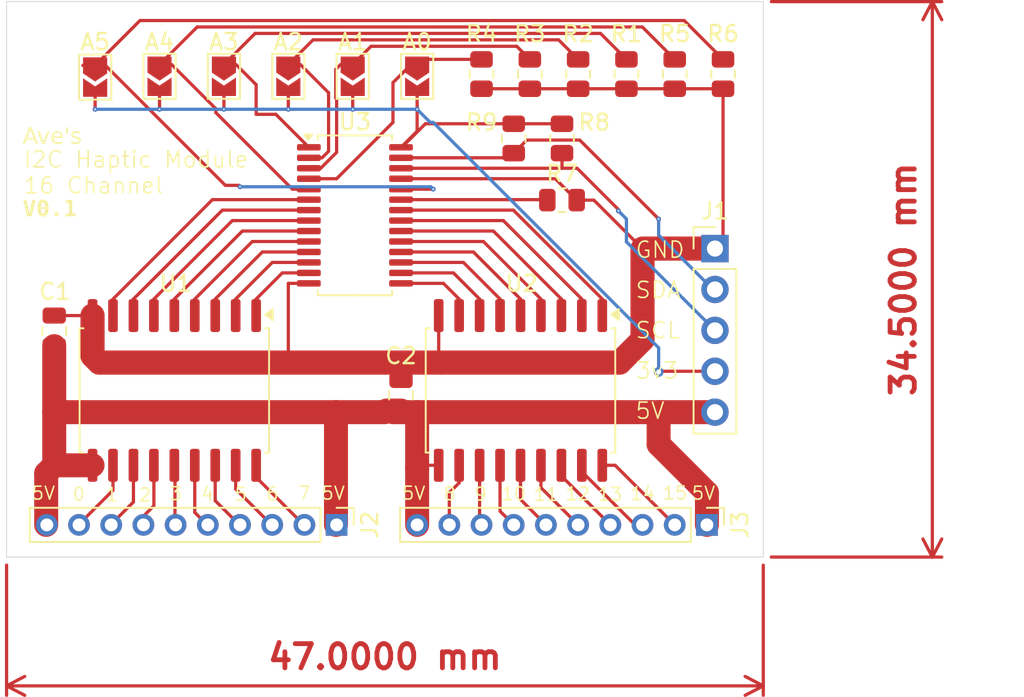
<source format=kicad_pcb>
(kicad_pcb (version 20240108) (generator "pcbnew") (generator_version "8.0")
  (layers (0 "F.Cu" signal) (31 "B.Cu" signal) (34 "B.Paste" user) (35 "F.Paste" user) (36 "B.SilkS" user "B.Silkscreen") (37 "F.SilkS" user "F.Silkscreen") (38 "B.Mask" user) (39 "F.Mask" user) (44 "Edge.Cuts" user))
  (net 0 "")
  (net 1 "MCU_GND")
  (net 2 "MCU_5V+")
  (net 3 "MCU_SCL")
  (net 4 "MCU_3V3+")
  (net 5 "MCU_SDA")
  (net 6 "/M0")
  (net 7 "/M2")
  (net 8 "/M3")
  (net 9 "/M1")
  (net 10 "/M10")
  (net 11 "/M11")
  (net 12 "/M9")
  (net 13 "/M8")
  (net 14 "Net-(U3-~{OE})")
  (net 15 "/M5")
  (net 16 "/M4")
  (net 17 "/Signal3")
  (net 18 "/M6")
  (net 19 "/Signal5")
  (net 20 "/Signal6")
  (net 21 "/Signal1")
  (net 22 "/Signal4")
  (net 23 "/Signal2")
  (net 24 "/Signal7")
  (net 25 "/Signal0")
  (net 26 "/M7")
  (net 27 "/M13")
  (net 28 "/Signal9")
  (net 29 "/Signal14")
  (net 30 "/Signal12")
  (net 31 "/Signal11")
  (net 32 "/Signal13")
  (net 33 "/Signal10")
  (net 34 "/M15")
  (net 35 "/M12")
  (net 36 "/Signal15")
  (net 37 "/M14")
  (net 38 "/Signal8")
  (net 39 "Net-(A0-A)")
  (net 40 "Net-(A1-A)")
  (net 41 "Net-(A2-A)")
  (net 42 "Net-(A3-A)")
  (net 43 "Net-(A4-A)")
  (net 44 "Net-(A5-A)")
  (footprint "Package_SO:SOIC-18W_7.5x11.6mm_P1.27mm" (layer "F.Cu") (at 90.42 136.65 -90)
    (property "Reference" "U1" (at -6.65 -0.08 0) (layer "F.SilkS"))
    (property "Value" "ULN2803A")
    (pad "1" smd roundrect (at -4.65 -5.08 270) (size 2.05 0.6) (layers "F.Cu" "F.Paste" "F.Mask") (net 24 "/Signal7"))
    (pad "2" smd roundrect (at -4.65 -3.81 270) (size 2.05 0.6) (layers "F.Cu" "F.Paste" "F.Mask") (net 20 "/Signal6"))
    (pad "3" smd roundrect (at -4.65 -2.54 270) (size 2.05 0.6) (layers "F.Cu" "F.Paste" "F.Mask") (net 19 "/Signal5"))
    (pad "4" smd roundrect (at -4.65 -1.27 270) (size 2.05 0.6) (layers "F.Cu" "F.Paste" "F.Mask") (net 22 "/Signal4"))
    (pad "5" smd roundrect (at -4.65 0 270) (size 2.05 0.6) (layers "F.Cu" "F.Paste" "F.Mask") (net 17 "/Signal3"))
    (pad "6" smd roundrect (at -4.65 1.27 270) (size 2.05 0.6) (layers "F.Cu" "F.Paste" "F.Mask") (net 23 "/Signal2"))
    (pad "7" smd roundrect (at -4.65 2.54 270) (size 2.05 0.6) (layers "F.Cu" "F.Paste" "F.Mask") (net 21 "/Signal1"))
    (pad "8" smd roundrect (at -4.65 3.81 270) (size 2.05 0.6) (layers "F.Cu" "F.Paste" "F.Mask") (net 25 "/Signal0"))
    (pad "9" smd roundrect (at -4.65 5.08 270) (size 2.05 0.6) (layers "F.Cu" "F.Paste" "F.Mask") (net 1 "MCU_GND"))
    (pad "10" smd roundrect (at 4.65 5.08 270) (size 2.05 0.6) (layers "F.Cu" "F.Paste" "F.Mask") (net 2 "MCU_5V+"))
    (pad "11" smd roundrect (at 4.65 3.81 270) (size 2.05 0.6) (layers "F.Cu" "F.Paste" "F.Mask") (net 6 "/M0"))
    (pad "12" smd roundrect (at 4.65 2.54 270) (size 2.05 0.6) (layers "F.Cu" "F.Paste" "F.Mask") (net 9 "/M1"))
    (pad "13" smd roundrect (at 4.65 1.27 270) (size 2.05 0.6) (layers "F.Cu" "F.Paste" "F.Mask") (net 7 "/M2"))
    (pad "14" smd roundrect (at 4.65 0 270) (size 2.05 0.6) (layers "F.Cu" "F.Paste" "F.Mask") (net 8 "/M3"))
    (pad "15" smd roundrect (at 4.65 -1.27 270) (size 2.05 0.6) (layers "F.Cu" "F.Paste" "F.Mask") (net 16 "/M4"))
    (pad "16" smd roundrect (at 4.65 -2.54 270) (size 2.05 0.6) (layers "F.Cu" "F.Paste" "F.Mask") (net 15 "/M5"))
    (pad "17" smd roundrect (at 4.65 -3.81 270) (size 2.05 0.6) (layers "F.Cu" "F.Paste" "F.Mask") (net 18 "/M6"))
    (pad "18" smd roundrect (at 4.65 -5.08 270) (size 2.05 0.6) (layers "F.Cu" "F.Paste" "F.Mask") (net 26 "/M7"))
  )
  (footprint "Resistor_SMD:R_0805_2012Metric" (layer "F.Cu") (at 111.5 121 -90)
    (property "Reference" "R9" (at -1 2 180) (layer "F.SilkS"))
    (property "Value" "1k")
    (pad "1" smd roundrect (at -0.9125 0 270) (size 1.025 1.4) (layers "F.Cu" "F.Paste" "F.Mask") (roundrect_rratio 0.243902) (net 4 "MCU_3V3+"))
    (pad "2" smd roundrect (at 0.9125 0 270) (size 1.025 1.4) (layers "F.Cu" "F.Paste" "F.Mask") (roundrect_rratio 0.243902) (net 5 "MCU_SDA"))
  )
  (footprint "Connector_PinHeader_2.00mm:PinHeader_1x10_P2.00mm_Vertical" (layer "F.Cu") (at 123.5 145 -90)
    (property "Reference" "J3" (at 0 -2.06 90) (layer "F.SilkS"))
    (property "Value" "JST_XH_FEMALE_1")
    (pad "1" thru_hole rect (at 0 0 270) (size 1.35 1.35) (drill 0.8) (layers "*.Cu" "*.Mask") (net 2 "MCU_5V+"))
    (pad "2" thru_hole oval (at 0 2 270) (size 1.35 1.35) (drill 0.8) (layers "*.Cu" "*.Mask") (net 34 "/M15"))
    (pad "3" thru_hole oval (at 0 4 270) (size 1.35 1.35) (drill 0.8) (layers "*.Cu" "*.Mask") (net 37 "/M14"))
    (pad "4" thru_hole oval (at 0 6 270) (size 1.35 1.35) (drill 0.8) (layers "*.Cu" "*.Mask") (net 27 "/M13"))
    (pad "5" thru_hole oval (at 0 8 270) (size 1.35 1.35) (drill 0.8) (layers "*.Cu" "*.Mask") (net 35 "/M12"))
    (pad "6" thru_hole oval (at 0 10 270) (size 1.35 1.35) (drill 0.8) (layers "*.Cu" "*.Mask") (net 11 "/M11"))
    (pad "7" thru_hole oval (at 0 12 270) (size 1.35 1.35) (drill 0.8) (layers "*.Cu" "*.Mask") (net 10 "/M10"))
    (pad "8" thru_hole oval (at 0 14 270) (size 1.35 1.35) (drill 0.8) (layers "*.Cu" "*.Mask") (net 12 "/M9"))
    (pad "9" thru_hole oval (at 0 16 270) (size 1.35 1.35) (drill 0.8) (layers "*.Cu" "*.Mask") (net 13 "/M8"))
    (pad "10" thru_hole oval (at 0 18 270) (size 1.35 1.35) (drill 0.8) (layers "*.Cu" "*.Mask") (net 2 "MCU_5V+"))
  )
  (footprint "Resistor_SMD:R_0805_2012Metric" (layer "F.Cu") (at 121.5 117 -90)
    (property "Reference" "R5" (at -2.5 0 180) (layer "F.SilkS"))
    (property "Value" "10k")
    (pad "1" smd roundrect (at -0.9125 0 270) (size 1.025 1.4) (layers "F.Cu" "F.Paste" "F.Mask") (roundrect_rratio 0.243902) (net 43 "Net-(A4-A)"))
    (pad "2" smd roundrect (at 0.9125 0 270) (size 1.025 1.4) (layers "F.Cu" "F.Paste" "F.Mask") (roundrect_rratio 0.243902) (net 1 "MCU_GND"))
  )
  (footprint "Jumper:SolderJumper-2_P1.3mm_Open_TrianglePad1.0x1.5mm" (layer "F.Cu") (at 97.5 117.1375 -90)
    (property "Reference" "A2" (at -2.1375 0 0) (layer "F.SilkS"))
    (property "Value" "A0")
    (pad "1" smd custom (at -0.725 0 270) (size 0.3 0.3) (layers "F.Cu" "F.Mask") (net 41 "Net-(A2-A)") (options (clearance outline) (anchor rect)) (primitives (gr_poly (pts (xy 1 0) (xy 0.5 0.75) (xy -0.5 0.75) (xy -0.5 -0.75) (xy 0.5 -0.75)) (width 0) (fill yes))))
    (pad "2" smd custom (at 0.725 0 270) (size 0.3 0.3) (layers "F.Cu" "F.Mask") (net 4 "MCU_3V3+") (options (clearance outline) (anchor rect)) (primitives (gr_poly (pts (xy 0.5 0.75) (xy -0.65 0.75) (xy -0.15 0) (xy -0.65 -0.75) (xy 0.5 -0.75)) (width 0) (fill yes))))
  )
  (footprint "Jumper:SolderJumper-2_P1.3mm_Open_TrianglePad1.0x1.5mm" (layer "F.Cu") (at 105.5 117.1375 -90)
    (property "Reference" "A0" (at -2.1375 0 0) (layer "F.SilkS"))
    (property "Value" "A0")
    (pad "1" smd custom (at -0.725 0 270) (size 0.3 0.3) (layers "F.Cu" "F.Mask") (net 39 "Net-(A0-A)") (options (clearance outline) (anchor rect)) (primitives (gr_poly (pts (xy 1 0) (xy 0.5 0.75) (xy -0.5 0.75) (xy -0.5 -0.75) (xy 0.5 -0.75)) (width 0) (fill yes))))
    (pad "2" smd custom (at 0.725 0 270) (size 0.3 0.3) (layers "F.Cu" "F.Mask") (net 4 "MCU_3V3+") (options (clearance outline) (anchor rect)) (primitives (gr_poly (pts (xy 0.5 0.75) (xy -0.65 0.75) (xy -0.15 0) (xy -0.65 -0.75) (xy 0.5 -0.75)) (width 0) (fill yes))))
  )
  (footprint "Resistor_SMD:R_0805_2012Metric" (layer "F.Cu") (at 109.5 117 -90)
    (property "Reference" "R4" (at -2.5 0 180) (layer "F.SilkS"))
    (property "Value" "10k")
    (pad "1" smd roundrect (at -0.9125 0 270) (size 1.025 1.4) (layers "F.Cu" "F.Paste" "F.Mask") (roundrect_rratio 0.243902) (net 39 "Net-(A0-A)"))
    (pad "2" smd roundrect (at 0.9125 0 270) (size 1.025 1.4) (layers "F.Cu" "F.Paste" "F.Mask") (roundrect_rratio 0.243902) (net 1 "MCU_GND"))
  )
  (footprint "Resistor_SMD:R_0805_2012Metric" (layer "F.Cu") (at 114.498315 124.830109)
    (property "Reference" "R7" (at 0 -1.65 0) (layer "F.SilkS"))
    (property "Value" "10k")
    (pad "1" smd roundrect (at -0.9125 0) (size 1.025 1.4) (layers "F.Cu" "F.Paste" "F.Mask") (roundrect_rratio 0.243902) (net 14 "Net-(U3-~{OE})"))
    (pad "2" smd roundrect (at 0.9125 0) (size 1.025 1.4) (layers "F.Cu" "F.Paste" "F.Mask") (roundrect_rratio 0.243902) (net 1 "MCU_GND"))
  )
  (footprint "Resistor_SMD:R_0805_2012Metric" (layer "F.Cu") (at 124.5 117 -90)
    (property "Reference" "R6" (at -2.5 0 180) (layer "F.SilkS"))
    (property "Value" "10k")
    (pad "1" smd roundrect (at -0.9125 0 270) (size 1.025 1.4) (layers "F.Cu" "F.Paste" "F.Mask") (roundrect_rratio 0.243902) (net 44 "Net-(A5-A)"))
    (pad "2" smd roundrect (at 0.9125 0 270) (size 1.025 1.4) (layers "F.Cu" "F.Paste" "F.Mask") (roundrect_rratio 0.243902) (net 1 "MCU_GND"))
  )
  (footprint "Jumper:SolderJumper-2_P1.3mm_Open_TrianglePad1.0x1.5mm" (layer "F.Cu") (at 85.5 117.1875 -90)
    (property "Reference" "A5" (at -2.1875 0 0) (layer "F.SilkS"))
    (property "Value" "A0")
    (pad "1" smd custom (at -0.725 0 270) (size 0.3 0.3) (layers "F.Cu" "F.Mask") (net 44 "Net-(A5-A)") (options (clearance outline) (anchor rect)) (primitives (gr_poly (pts (xy 1 0) (xy 0.5 0.75) (xy -0.5 0.75) (xy -0.5 -0.75) (xy 0.5 -0.75)) (width 0) (fill yes))))
    (pad "2" smd custom (at 0.725 0 270) (size 0.3 0.3) (layers "F.Cu" "F.Mask") (net 4 "MCU_3V3+") (options (clearance outline) (anchor rect)) (primitives (gr_poly (pts (xy 0.5 0.75) (xy -0.65 0.75) (xy -0.15 0) (xy -0.65 -0.75) (xy 0.5 -0.75)) (width 0) (fill yes))))
  )
  (footprint "Connector_PinHeader_2.00mm:PinHeader_1x10_P2.00mm_Vertical" (layer "F.Cu") (at 100.5 145 -90)
    (property "Reference" "J2" (at 0 -2.06 90) (layer "F.SilkS"))
    (property "Value" "JST_XH_FEMALE")
    (pad "1" thru_hole rect (at 0 0 270) (size 1.35 1.35) (drill 0.8) (layers "*.Cu" "*.Mask") (net 2 "MCU_5V+"))
    (pad "2" thru_hole oval (at 0 2 270) (size 1.35 1.35) (drill 0.8) (layers "*.Cu" "*.Mask") (net 26 "/M7"))
    (pad "3" thru_hole oval (at 0 4 270) (size 1.35 1.35) (drill 0.8) (layers "*.Cu" "*.Mask") (net 18 "/M6"))
    (pad "4" thru_hole oval (at 0 6 270) (size 1.35 1.35) (drill 0.8) (layers "*.Cu" "*.Mask") (net 15 "/M5"))
    (pad "5" thru_hole oval (at 0 8 270) (size 1.35 1.35) (drill 0.8) (layers "*.Cu" "*.Mask") (net 16 "/M4"))
    (pad "6" thru_hole oval (at 0 10 270) (size 1.35 1.35) (drill 0.8) (layers "*.Cu" "*.Mask") (net 8 "/M3"))
    (pad "7" thru_hole oval (at 0 12 270) (size 1.35 1.35) (drill 0.8) (layers "*.Cu" "*.Mask") (net 7 "/M2"))
    (pad "8" thru_hole oval (at 0 14 270) (size 1.35 1.35) (drill 0.8) (layers "*.Cu" "*.Mask") (net 9 "/M1"))
    (pad "9" thru_hole oval (at 0 16 270) (size 1.35 1.35) (drill 0.8) (layers "*.Cu" "*.Mask") (net 6 "/M0"))
    (pad "10" thru_hole oval (at 0 18 270) (size 1.35 1.35) (drill 0.8) (layers "*.Cu" "*.Mask") (net 2 "MCU_5V+"))
  )
  (footprint "Resistor_SMD:R_0805_2012Metric" (layer "F.Cu") (at 115.5 117 -90)
    (property "Reference" "R2" (at -2.5 0 180) (layer "F.SilkS"))
    (property "Value" "10k")
    (pad "1" smd roundrect (at -0.9125 0 270) (size 1.025 1.4) (layers "F.Cu" "F.Paste" "F.Mask") (roundrect_rratio 0.243902) (net 41 "Net-(A2-A)"))
    (pad "2" smd roundrect (at 0.9125 0 270) (size 1.025 1.4) (layers "F.Cu" "F.Paste" "F.Mask") (roundrect_rratio 0.243902) (net 1 "MCU_GND"))
  )
  (footprint "Capacitor_SMD:C_0805_2012Metric" (layer "F.Cu") (at 82.96 132.95 -90)
    (property "Reference" "C1" (at -2.45 -0.04 180) (layer "F.SilkS"))
    (property "Value" "0.1uF")
    (pad "1" smd roundrect (at -0.95 0 270) (size 1 1.45) (layers "F.Cu" "F.Paste" "F.Mask") (net 1 "MCU_GND"))
    (pad "2" smd roundrect (at 0.95 0 270) (size 1 1.45) (layers "F.Cu" "F.Paste" "F.Mask") (net 2 "MCU_5V+"))
  )
  (footprint "Resistor_SMD:R_0805_2012Metric" (layer "F.Cu") (at 118.5 117 -90)
    (property "Reference" "R1" (at -2.5 0 180) (layer "F.SilkS"))
    (property "Value" "10k")
    (pad "1" smd roundrect (at -0.9125 0 270) (size 1.025 1.4) (layers "F.Cu" "F.Paste" "F.Mask") (roundrect_rratio 0.243902) (net 42 "Net-(A3-A)"))
    (pad "2" smd roundrect (at 0.9125 0 270) (size 1.025 1.4) (layers "F.Cu" "F.Paste" "F.Mask") (roundrect_rratio 0.243902) (net 1 "MCU_GND"))
  )
  (footprint "Jumper:SolderJumper-2_P1.3mm_Open_TrianglePad1.0x1.5mm" (layer "F.Cu") (at 101.5 117.1375 -90)
    (property "Reference" "A1" (at -2.1375 0 0) (layer "F.SilkS"))
    (property "Value" "A0")
    (pad "1" smd custom (at -0.725 0 270) (size 0.3 0.3) (layers "F.Cu" "F.Mask") (net 40 "Net-(A1-A)") (options (clearance outline) (anchor rect)) (primitives (gr_poly (pts (xy 1 0) (xy 0.5 0.75) (xy -0.5 0.75) (xy -0.5 -0.75) (xy 0.5 -0.75)) (width 0) (fill yes))))
    (pad "2" smd custom (at 0.725 0 270) (size 0.3 0.3) (layers "F.Cu" "F.Mask") (net 4 "MCU_3V3+") (options (clearance outline) (anchor rect)) (primitives (gr_poly (pts (xy 0.5 0.75) (xy -0.65 0.75) (xy -0.15 0) (xy -0.65 -0.75) (xy 0.5 -0.75)) (width 0) (fill yes))))
  )
  (footprint "Resistor_SMD:R_0805_2012Metric" (layer "F.Cu") (at 114.5 121 -90)
    (property "Reference" "R8" (at -1 -2 180) (layer "F.SilkS"))
    (property "Value" "1k")
    (pad "1" smd roundrect (at -0.9125 0 270) (size 1.025 1.4) (layers "F.Cu" "F.Paste" "F.Mask") (roundrect_rratio 0.243902) (net 4 "MCU_3V3+"))
    (pad "2" smd roundrect (at 0.9125 0 270) (size 1.025 1.4) (layers "F.Cu" "F.Paste" "F.Mask") (roundrect_rratio 0.243902) (net 3 "MCU_SCL"))
  )
  (footprint "Package_SO:TSSOP-28_4.4x9.7mm_P0.65mm" (layer "F.Cu") (at 101.6375 125.775)
    (property "Reference" "U3" (at 0 -5.8 0) (layer "F.SilkS"))
    (property "Value" "PCA9685PW")
    (pad "1" smd roundrect (at -2.8625 -4.225) (size 1.475 0.4) (layers "F.Cu" "F.Paste" "F.Mask") (net 42 "Net-(A3-A)"))
    (pad "2" smd roundrect (at -2.8625 -3.575) (size 1.475 0.4) (layers "F.Cu" "F.Paste" "F.Mask") (net 41 "Net-(A2-A)"))
    (pad "3" smd roundrect (at -2.8625 -2.925) (size 1.475 0.4) (layers "F.Cu" "F.Paste" "F.Mask") (net 40 "Net-(A1-A)"))
    (pad "4" smd roundrect (at -2.8625 -2.275) (size 1.475 0.4) (layers "F.Cu" "F.Paste" "F.Mask") (net 39 "Net-(A0-A)"))
    (pad "5" smd roundrect (at -2.8625 -1.625) (size 1.475 0.4) (layers "F.Cu" "F.Paste" "F.Mask") (net 43 "Net-(A4-A)"))
    (pad "6" smd roundrect (at -2.8625 -0.975) (size 1.475 0.4) (layers "F.Cu" "F.Paste" "F.Mask") (net 25 "/Signal0"))
    (pad "7" smd roundrect (at -2.8625 -0.325) (size 1.475 0.4) (layers "F.Cu" "F.Paste" "F.Mask") (net 21 "/Signal1"))
    (pad "8" smd roundrect (at -2.8625 0.325) (size 1.475 0.4) (layers "F.Cu" "F.Paste" "F.Mask") (net 23 "/Signal2"))
    (pad "9" smd roundrect (at -2.8625 0.975) (size 1.475 0.4) (layers "F.Cu" "F.Paste" "F.Mask") (net 17 "/Signal3"))
    (pad "10" smd roundrect (at -2.8625 1.625) (size 1.475 0.4) (layers "F.Cu" "F.Paste" "F.Mask") (net 22 "/Signal4"))
    (pad "11" smd roundrect (at -2.8625 2.275) (size 1.475 0.4) (layers "F.Cu" "F.Paste" "F.Mask") (net 19 "/Signal5"))
    (pad "12" smd roundrect (at -2.8625 2.925) (size 1.475 0.4) (layers "F.Cu" "F.Paste" "F.Mask") (net 20 "/Signal6"))
    (pad "13" smd roundrect (at -2.8625 3.575) (size 1.475 0.4) (layers "F.Cu" "F.Paste" "F.Mask") (net 24 "/Signal7"))
    (pad "14" smd roundrect (at -2.8625 4.225) (size 1.475 0.4) (layers "F.Cu" "F.Paste" "F.Mask") (net 1 "MCU_GND"))
    (pad "15" smd roundrect (at 2.8625 4.225) (size 1.475 0.4) (layers "F.Cu" "F.Paste" "F.Mask") (net 38 "/Signal8"))
    (pad "16" smd roundrect (at 2.8625 3.575) (size 1.475 0.4) (layers "F.Cu" "F.Paste" "F.Mask") (net 28 "/Signal9"))
    (pad "17" smd roundrect (at 2.8625 2.925) (size 1.475 0.4) (layers "F.Cu" "F.Paste" "F.Mask") (net 33 "/Signal10"))
    (pad "18" smd roundrect (at 2.8625 2.275) (size 1.475 0.4) (layers "F.Cu" "F.Paste" "F.Mask") (net 31 "/Signal11"))
    (pad "19" smd roundrect (at 2.8625 1.625) (size 1.475 0.4) (layers "F.Cu" "F.Paste" "F.Mask") (net 30 "/Signal12"))
    (pad "20" smd roundrect (at 2.8625 0.975) (size 1.475 0.4) (layers "F.Cu" "F.Paste" "F.Mask") (net 32 "/Signal13"))
    (pad "21" smd roundrect (at 2.8625 0.325) (size 1.475 0.4) (layers "F.Cu" "F.Paste" "F.Mask") (net 29 "/Signal14"))
    (pad "22" smd roundrect (at 2.8625 -0.325) (size 1.475 0.4) (layers "F.Cu" "F.Paste" "F.Mask") (net 36 "/Signal15"))
    (pad "23" smd roundrect (at 2.8625 -0.975) (size 1.475 0.4) (layers "F.Cu" "F.Paste" "F.Mask") (net 14 "Net-(U3-~{OE})"))
    (pad "24" smd roundrect (at 2.8625 -1.625) (size 1.475 0.4) (layers "F.Cu" "F.Paste" "F.Mask") (net 44 "Net-(A5-A)"))
    (pad "25" smd roundrect (at 2.8625 -2.275) (size 1.475 0.4) (layers "F.Cu" "F.Paste" "F.Mask") (net 1 "MCU_GND"))
    (pad "26" smd roundrect (at 2.8625 -2.925) (size 1.475 0.4) (layers "F.Cu" "F.Paste" "F.Mask") (net 3 "MCU_SCL"))
    (pad "27" smd roundrect (at 2.8625 -3.575) (size 1.475 0.4) (layers "F.Cu" "F.Paste" "F.Mask") (net 5 "MCU_SDA"))
    (pad "28" smd roundrect (at 2.8625 -4.225) (size 1.475 0.4) (layers "F.Cu" "F.Paste" "F.Mask") (net 4 "MCU_3V3+"))
  )
  (footprint "Resistor_SMD:R_0805_2012Metric" (layer "F.Cu") (at 112.5 117 -90)
    (property "Reference" "R3" (at -2.5 0 180) (layer "F.SilkS"))
    (property "Value" "10k")
    (pad "1" smd roundrect (at -0.9125 0 270) (size 1.025 1.4) (layers "F.Cu" "F.Paste" "F.Mask") (roundrect_rratio 0.243902) (net 40 "Net-(A1-A)"))
    (pad "2" smd roundrect (at 0.9125 0 270) (size 1.025 1.4) (layers "F.Cu" "F.Paste" "F.Mask") (roundrect_rratio 0.243902) (net 1 "MCU_GND"))
  )
  (footprint "Package_SO:SOIC-18W_7.5x11.6mm_P1.27mm" (layer "F.Cu") (at 111.92 136.65 -90)
    (property "Reference" "U2" (at -6.65 -0.08 180) (layer "F.SilkS"))
    (property "Value" "ULN2803A")
    (pad "1" smd roundrect (at -4.65 -5.08 270) (size 2.05 0.6) (layers "F.Cu" "F.Paste" "F.Mask") (net 36 "/Signal15"))
    (pad "2" smd roundrect (at -4.65 -3.81 270) (size 2.05 0.6) (layers "F.Cu" "F.Paste" "F.Mask") (net 29 "/Signal14"))
    (pad "3" smd roundrect (at -4.65 -2.54 270) (size 2.05 0.6) (layers "F.Cu" "F.Paste" "F.Mask") (net 32 "/Signal13"))
    (pad "4" smd roundrect (at -4.65 -1.27 270) (size 2.05 0.6) (layers "F.Cu" "F.Paste" "F.Mask") (net 30 "/Signal12"))
    (pad "5" smd roundrect (at -4.65 0 270) (size 2.05 0.6) (layers "F.Cu" "F.Paste" "F.Mask") (net 31 "/Signal11"))
    (pad "6" smd roundrect (at -4.65 1.27 270) (size 2.05 0.6) (layers "F.Cu" "F.Paste" "F.Mask") (net 33 "/Signal10"))
    (pad "7" smd roundrect (at -4.65 2.54 270) (size 2.05 0.6) (layers "F.Cu" "F.Paste" "F.Mask") (net 28 "/Signal9"))
    (pad "8" smd roundrect (at -4.65 3.81 270) (size 2.05 0.6) (layers "F.Cu" "F.Paste" "F.Mask") (net 38 "/Signal8"))
    (pad "9" smd roundrect (at -4.65 5.08 270) (size 2.05 0.6) (layers "F.Cu" "F.Paste" "F.Mask") (net 1 "MCU_GND"))
    (pad "10" smd roundrect (at 4.65 5.08 270) (size 2.05 0.6) (layers "F.Cu" "F.Paste" "F.Mask") (net 2 "MCU_5V+"))
    (pad "11" smd roundrect (at 4.65 3.81 270) (size 2.05 0.6) (layers "F.Cu" "F.Paste" "F.Mask") (net 13 "/M8"))
    (pad "12" smd roundrect (at 4.65 2.54 270) (size 2.05 0.6) (layers "F.Cu" "F.Paste" "F.Mask") (net 12 "/M9"))
    (pad "13" smd roundrect (at 4.65 1.27 270) (size 2.05 0.6) (layers "F.Cu" "F.Paste" "F.Mask") (net 10 "/M10"))
    (pad "14" smd roundrect (at 4.65 0 270) (size 2.05 0.6) (layers "F.Cu" "F.Paste" "F.Mask") (net 11 "/M11"))
    (pad "15" smd roundrect (at 4.65 -1.27 270) (size 2.05 0.6) (layers "F.Cu" "F.Paste" "F.Mask") (net 35 "/M12"))
    (pad "16" smd roundrect (at 4.65 -2.54 270) (size 2.05 0.6) (layers "F.Cu" "F.Paste" "F.Mask") (net 27 "/M13"))
    (pad "17" smd roundrect (at 4.65 -3.81 270) (size 2.05 0.6) (layers "F.Cu" "F.Paste" "F.Mask") (net 37 "/M14"))
    (pad "18" smd roundrect (at 4.65 -5.08 270) (size 2.05 0.6) (layers "F.Cu" "F.Paste" "F.Mask") (net 34 "/M15"))
  )
  (footprint "Jumper:SolderJumper-2_P1.3mm_Open_TrianglePad1.0x1.5mm" (layer "F.Cu") (at 93.5 117.1375 -90)
    (property "Reference" "A3" (at -2.1375 0 0) (layer "F.SilkS"))
    (property "Value" "A0")
    (pad "1" smd custom (at -0.725 0 270) (size 0.3 0.3) (layers "F.Cu" "F.Mask") (net 42 "Net-(A3-A)") (options (clearance outline) (anchor rect)) (primitives (gr_poly (pts (xy 1 0) (xy 0.5 0.75) (xy -0.5 0.75) (xy -0.5 -0.75) (xy 0.5 -0.75)) (width 0) (fill yes))))
    (pad "2" smd custom (at 0.725 0 270) (size 0.3 0.3) (layers "F.Cu" "F.Mask") (net 4 "MCU_3V3+") (options (clearance outline) (anchor rect)) (primitives (gr_poly (pts (xy 0.5 0.75) (xy -0.65 0.75) (xy -0.15 0) (xy -0.65 -0.75) (xy 0.5 -0.75)) (width 0) (fill yes))))
  )
  (footprint "Capacitor_SMD:C_0805_2012Metric" (layer "F.Cu") (at 104.5 136.95 -90)
    (property "Reference" "C2" (at -2.45 0 0) (layer "F.SilkS"))
    (property "Value" "0.1uF" (hide yes))
    (pad "1" smd roundrect (at -0.95 0 270) (size 1 1.45) (layers "F.Cu" "F.Paste" "F.Mask") (net 1 "MCU_GND"))
    (pad "2" smd roundrect (at 0.95 0 270) (size 1 1.45) (layers "F.Cu" "F.Paste" "F.Mask") (net 2 "MCU_5V+"))
  )
  (footprint "Connector_PinHeader_2.54mm:PinHeader_1x05_P2.54mm_Vertical" (layer "F.Cu") (at 124 127.84)
    (property "Reference" "J1" (at 0 -2.33 0) (layer "F.SilkS"))
    (property "Value" "Conn_01x05_Pin" (hide yes))
    (pad "1" thru_hole rect (at 0 0) (size 1.7 1.7) (drill 1) (layers "*.Cu" "*.Mask") (net 1 "MCU_GND"))
    (pad "2" thru_hole oval (at 0 2.54) (size 1.7 1.7) (drill 1) (layers "*.Cu" "*.Mask") (net 5 "MCU_SDA"))
    (pad "3" thru_hole oval (at 0 5.08) (size 1.7 1.7) (drill 1) (layers "*.Cu" "*.Mask") (net 3 "MCU_SCL"))
    (pad "4" thru_hole oval (at 0 7.62) (size 1.7 1.7) (drill 1) (layers "*.Cu" "*.Mask") (net 4 "MCU_3V3+"))
    (pad "5" thru_hole oval (at 0 10.16) (size 1.7 1.7) (drill 1) (layers "*.Cu" "*.Mask") (net 2 "MCU_5V+"))
  )
  (footprint "Jumper:SolderJumper-2_P1.3mm_Open_TrianglePad1.0x1.5mm" (layer "F.Cu") (at 89.5 117.1375 -90)
    (property "Reference" "A4" (at -2.1375 0 180) (layer "F.SilkS"))
    (property "Value" "A0")
    (pad "1" smd custom (at -0.725 0 270) (size 0.3 0.3) (layers "F.Cu" "F.Mask") (net 43 "Net-(A4-A)") (options (clearance outline) (anchor rect)) (primitives (gr_poly (pts (xy 1 0) (xy 0.5 0.75) (xy -0.5 0.75) (xy -0.5 -0.75) (xy 0.5 -0.75)) (width 0) (fill yes))))
    (pad "2" smd custom (at 0.725 0 270) (size 0.3 0.3) (layers "F.Cu" "F.Mask") (net 4 "MCU_3V3+") (options (clearance outline) (anchor rect)) (primitives (gr_poly (pts (xy 0.5 0.75) (xy -0.65 0.75) (xy -0.15 0) (xy -0.65 -0.75) (xy 0.5 -0.75)) (width 0) (fill yes))))
  )
  (gr_rect (start 80 112.5) (end 127 147) (stroke (width 0.05)) (fill none) (layer "Edge.Cuts"))
  (gr_text "SDA" (at 119 131 0) (layer "F.SilkS") (effects (font (size 1 1) (thickness 0.1)) (justify left bottom)))
  (gr_text "5V\n" (at 104.5 143.5 0) (layer "F.SilkS") (effects (font (size 0.8 0.8) (thickness 0.1)) (justify left bottom)))
  (gr_text "15" (at 120.686526 143.488245 0) (layer "F.SilkS") (effects (font (size 0.8 0.8) (thickness 0.1)) (justify left bottom)))
  (gr_text "3v3" (at 119 136 0) (layer "F.SilkS") (effects (font (size 1 1) (thickness 0.1)) (justify left bottom)))
  (gr_text "V0.1" (at 81 126 0) (layer "F.SilkS") (effects (font (size 1 1) (thickness 0.2) (bold yes)) (justify left bottom)))
  (gr_text "6" (at 96.063755 143.546213 0) (layer "F.SilkS") (effects (font (size 0.8 0.8) (thickness 0.1)) (justify left bottom)))
  (gr_text "5V\n" (at 122.5 143.5 0) (layer "F.SilkS") (effects (font (size 0.8 0.8) (thickness 0.1)) (justify left bottom)))
  (gr_text "5V\n" (at 81.5 143.5 0) (layer "F.SilkS") (effects (font (size 0.8 0.8) (thickness 0.1)) (justify left bottom)))
  (gr_text "2" (at 88.152751 143.606718 0) (layer "F.SilkS") (effects (font (size 0.8 0.8) (thickness 0.1)) (justify left bottom)))
  (gr_text "3" (at 90.058653 143.531087 0) (layer "F.SilkS") (effects (font (size 0.8 0.8) (thickness 0.1)) (justify left bottom)))
  (gr_text "9" (at 109 143.558834 0) (layer "F.SilkS") (effects (font (size 0.8 0.8) (thickness 0.1)) (justify left bottom)))
  (gr_text "8" (at 107.072943 143.538665 0) (layer "F.SilkS") (effects (font (size 0.8 0.8) (thickness 0.1)) (justify left bottom)))
  (gr_text "12" (at 114.646129 143.538665 0) (layer "F.SilkS") (effects (font (size 0.8 0.8) (thickness 0.1)) (justify left bottom)))
  (gr_text "7" (at 98.045288 143.500835 0) (layer "F.SilkS") (effects (font (size 0.8 0.8) (thickness 0.1)) (justify left bottom)))
  (gr_text "5V\n" (at 119 138.5 0) (layer "F.SilkS") (effects (font (size 1 1) (thickness 0.1)) (justify left bottom)))
  (gr_text "4" (at 92.040185 143.546213 0) (layer "F.SilkS") (effects (font (size 0.8 0.8) (thickness 0.1)) (justify left bottom)))
  (gr_text "I2C Haptic Module\n16 Channel " (at 81 124.5 0) (layer "F.SilkS") (effects (font (size 1 1) (thickness 0.1)) (justify left bottom)))
  (gr_text "5V\n" (at 99.5 143.5 0) (layer "F.SilkS") (effects (font (size 0.8 0.8) (thickness 0.1)) (justify left bottom)))
  (gr_text "0" (at 84.038424 143.56134 0) (layer "F.SilkS") (effects (font (size 0.8 0.8) (thickness 0.1)) (justify left bottom)))
  (gr_text "1" (at 86.095588 143.591592 0) (layer "F.SilkS") (effects (font (size 0.8 0.8) (thickness 0.1)) (justify left bottom)))
  (gr_text "13" (at 116.652872 143.579002 0) (layer "F.SilkS") (effects (font (size 0.8 0.8) (thickness 0.1)) (justify left bottom)))
  (gr_text "5" (at 94.097349 143.576466 0) (layer "F.SilkS") (effects (font (size 0.8 0.8) (thickness 0.1)) (justify left bottom)))
  (gr_text "11" (at 112.669638 143.579002 0) (layer "F.SilkS") (effects (font (size 0.8 0.8) (thickness 0.1)) (justify left bottom)))
  (gr_text "Ave's" (at 81 121.5 0) (layer "F.SilkS") (effects (font (size 1 1) (thickness 0.1)) (justify left bottom)))
  (gr_text "14" (at 118.679783 143.528581 0) (layer "F.SilkS") (effects (font (size 0.8 0.8) (thickness 0.1)) (justify left bottom)))
  (gr_text "GND" (at 119 128.5 0) (layer "F.SilkS") (effects (font (size 1 1) (thickness 0.1)) (justify left bottom)))
  (gr_text "10" (at 110.67298 143.538665 0) (layer "F.SilkS") (effects (font (size 0.8 0.8) (thickness 0.1)) (justify left bottom)))
  (gr_text "SCL" (at 119 133.5 0) (layer "F.SilkS") (effects (font (size 1 1) (thickness 0.1)) (justify left bottom)))
  (dimension (type aligned) (layer "F.Cu") (pts (xy 127 147) (xy 80 147)) (height -8) (gr_text "47.0000 mm" (at 103.5 153.2 0) (layer "F.Cu") (effects (font (size 1.5 1.5) (thickness 0.3)))) (format (prefix "") (suffix "") (units 3) (units_format 1) (precision 4)) (style (thickness 0.2) (arrow_length 1.27) (text_position_mode 0) (extension_height 0.58642) (extension_offset 0.5) keep_text_aligned))
  (dimension (type aligned) (layer "F.Cu") (pts (xy 127 147) (xy 127 112.5)) (height 10.5) (gr_text "34.5000 mm" (at 135.7 129.75 90) (layer "F.Cu") (effects (font (size 1.5 1.5) (thickness 0.3)))) (format (prefix "") (suffix "") (units 3) (units_format 1) (precision 4)) (style (thickness 0.2) (arrow_length 1.27) (text_position_mode 0) (extension_height 0.58642) (extension_offset 0.5) keep_text_aligned))
  (segment (start 97.5 130) (end 97.5 134.92) (width 0.2) (layer "F.Cu") (net 1))
  (segment (start 119.511043 127.84) (end 124 127.84) (width 1.5) (layer "F.Cu") (net 1))
  (segment (start 116.479066 124.830109) (end 119.5 127.851043) (width 0.2) (layer "F.Cu") (net 1))
  (segment (start 118.5 117.9125) (end 121.5 117.9125) (width 0.2) (layer "F.Cu") (net 1))
  (segment (start 119.5 127.851043) (end 119.511043 127.84) (width 0.2) (layer "F.Cu") (net 1))
  (segment (start 112.5 117.9125) (end 115.5 117.9125) (width 0.2) (layer "F.Cu") (net 1))
  (segment (start 118.5 117.9125) (end 115.5 117.9125) (width 0.2) (layer "F.Cu") (net 1))
  (segment (start 124.5 117.9125) (end 124.5 127.34) (width 0.2) (layer "F.Cu") (net 1))
  (segment (start 103.5 134.92) (end 97.5 134.92) (width 1.5) (layer "F.Cu") (net 1))
  (segment (start 106.84 134.76) (end 107 134.92) (width 0.2) (layer "F.Cu") (net 1))
  (segment (start 106.84 132.7) (end 106.84 131.34) (width 0.2) (layer "F.Cu") (net 1))
  (segment (start 109.5 117.9125) (end 112.5 117.9125) (width 0.2) (layer "F.Cu") (net 1))
  (segment (start 119.5 133.5) (end 119.5 127.851043) (width 1.5) (layer "F.Cu") (net 1))
  (segment (start 124.5 117.9125) (end 121.5 117.9125) (width 0.2) (layer "F.Cu") (net 1))
  (segment (start 85.34 134.5) (end 85.76 134.92) (width 1.5) (layer "F.Cu") (net 1))
  (segment (start 82.96 132) (end 85.34 132) (width 0.2) (layer "F.Cu") (net 1))
  (segment (start 118.08 134.92) (end 119.5 133.5) (width 1.5) (layer "F.Cu") (net 1))
  (segment (start 107 134.92) (end 118.08 134.92) (width 1.5) (layer "F.Cu") (net 1))
  (segment (start 107 134.92) (end 103.5 134.92) (width 1.5) (layer "F.Cu") (net 1))
  (segment (start 115.410815 124.830109) (end 116.479066 124.830109) (width 0.2) (layer "F.Cu") (net 1))
  (segment (start 85.34 132) (end 85.34 134.5) (width 1.5) (layer "F.Cu") (net 1))
  (segment (start 104.5 136) (end 104.5 134.92) (width 0.2) (layer "F.Cu") (net 1))
  (segment (start 106.84 132) (end 106.84 134.76) (width 0.2) (layer "F.Cu") (net 1))
  (segment (start 124.5 127.34) (end 124 127.84) (width 0.2) (layer "F.Cu") (net 1))
  (segment (start 114.080706 123.5) (end 115.410815 124.830109) (width 0.2) (layer "F.Cu") (net 1))
  (segment (start 85.76 134.92) (end 97.5 134.92) (width 1.5) (layer "F.Cu") (net 1))
  (segment (start 104.5 123.5) (end 114.080706 123.5) (width 0.2) (layer "F.Cu") (net 1))
  (segment (start 98.775 130) (end 97.5 130) (width 0.2) (layer "F.Cu") (net 1))
  (segment (start 100.46 138) (end 100.46 145) (width 1.49) (layer "F.Cu") (net 2))
  (segment (start 120 138) (end 120.5 138) (width 1.49) (layer "F.Cu") (net 2))
  (segment (start 103.6 137.9) (end 104.5 137.9) (width 1.49) (layer "F.Cu") (net 2))
  (segment (start 106.84 141.3) (end 105.7 141.3) (width 0.2) (layer "F.Cu") (net 2))
  (segment (start 105.5 145) (end 105.5 141.5) (width 1.49) (layer "F.Cu") (net 2))
  (segment (start 100.46 138) (end 103.5 138) (width 1.49) (layer "F.Cu") (net 2))
  (segment (start 105.5 138) (end 120 138) (width 1.49) (layer "F.Cu") (net 2))
  (segment (start 82.46 141.8) (end 82.96 141.3) (width 1.49) (layer "F.Cu") (net 2))
  (segment (start 82.96 138) (end 82.96 141.3) (width 1.49) (layer "F.Cu") (net 2))
  (segment (start 105.7 141.3) (end 105.5 141.5) (width 0.2) (layer "F.Cu") (net 2))
  (segment (start 123.5 143) (end 123.5 145) (width 1.49) (layer "F.Cu") (net 2))
  (segment (start 85.34 141.3) (end 82.96 141.3) (width 1.49) (layer "F.Cu") (net 2))
  (segment (start 120.5 140) (end 120.5 138) (width 1.49) (layer "F.Cu") (net 2))
  (segment (start 103.5 138) (end 103.6 137.9) (width 0.2) (layer "F.Cu") (net 2))
  (segment (start 104 138) (end 105.5 138) (width 1.49) (layer "F.Cu") (net 2))
  (segment (start 82.46 145) (end 82.46 141.8) (width 1.49) (layer "F.Cu") (net 2))
  (segment (start 123.5 143) (end 120.5 140) (width 1.49) (layer "F.Cu") (net 2))
  (segment (start 82.96 138) (end 100.46 138) (width 1.49) (layer "F.Cu") (net 2))
  (segment (start 105.5 141.5) (end 105.5 138) (width 1.49) (layer "F.Cu") (net 2))
  (segment (start 120.5 138) (end 124 138) (width 1.49) (layer "F.Cu") (net 2))
  (segment (start 104.5 138) (end 105 138) (width 0.2) (layer "F.Cu") (net 2))
  (segment (start 82.96 133.9) (end 82.96 138) (width 1.49) (layer "F.Cu") (net 2))
  (segment (start 118 125.5) (end 118 125.4125) (width 0.2) (layer "F.Cu") (net 3))
  (segment (start 115.4375 122.85) (end 114.5 122.85) (width 0.2) (layer "F.Cu") (net 3))
  (segment (start 104.5 122.85) (end 114.5 122.85) (width 0.2) (layer "F.Cu") (net 3))
  (segment (start 114.5 122.85) (end 114.5 121.9125) (width 0.2) (layer "F.Cu") (net 3))
  (segment (start 118 125.4125) (end 115.4375 122.85) (width 0.2) (layer "F.Cu") (net 3))
  (via micro (at 118 125.5) (size 0.3) (drill 0.1) (layers "F.Cu" "B.Cu") (net 3))
  (segment (start 118.5 127.42) (end 124 132.92) (width 0.2) (layer "B.Cu") (net 3))
  (segment (start 118 125.5) (end 118.5 126) (width 0.2) (layer "B.Cu") (net 3))
  (segment (start 118.5 126) (end 118.5 127.42) (width 0.2) (layer "B.Cu") (net 3))
  (segment (start 124 135.46) (end 120.54 135.46) (width 0.2) (layer "F.Cu") (net 4))
  (segment (start 120.54 135.46) (end 120.5 135.5) (width 0.2) (layer "F.Cu") (net 4))
  (segment (start 104.5 121.55) (end 104.55 121.55) (width 0.2) (layer "F.Cu") (net 4))
  (segment (start 105.5 119) (end 105.5 119.1875) (width 0.2) (layer "F.Cu") (net 4))
  (segment (start 101.5 119.1375) (end 101.5 117.8625) (width 0.2) (layer "F.Cu") (net 4))
  (segment (start 111.5 120.0875) (end 114.5 120.0875) (width 0.2) (layer "F.Cu") (net 4))
  (segment (start 93.5 117.8625) (end 93.5 119.1375) (width 0.2) (layer "F.Cu") (net 4))
  (segment (start 106.0125 120.0875) (end 111.5 120.0875) (width 0.2) (layer "F.Cu") (net 4))
  (segment (start 104.55 121.55) (end 106.0125 120.0875) (width 0.2) (layer "F.Cu") (net 4))
  (segment (start 105.5 119) (end 105.5 120.55) (width 0.2) (layer "F.Cu") (net 4))
  (segment (start 105.5 120.55) (end 104.5 121.55) (width 0.2) (layer "F.Cu") (net 4))
  (segment (start 97.5 117.8625) (end 97.5 119.1375) (width 0.2) (layer "F.Cu") (net 4))
  (segment (start 105.5 117.8625) (end 105.5 119) (width 0.2) (layer "F.Cu") (net 4))
  (segment (start 85.5 117.9125) (end 85.5 119.1875) (width 0.2) (layer "F.Cu") (net 4))
  (segment (start 89.5 117.8625) (end 89.5 119.1375) (width 0.2) (layer "F.Cu") (net 4))
  (via micro (at 97.5 119.1875) (size 0.3) (drill 0.1) (layers "F.Cu" "B.Cu") (net 4))
  (via micro (at 105.5 119.1875) (size 0.3) (drill 0.1) (layers "F.Cu" "B.Cu") (net 4))
  (via micro (at 85.5 119.1875) (size 0.3) (drill 0.1) (layers "F.Cu" "B.Cu") (net 4))
  (via (at 120.5 135.5) (size 0.6) (drill 0.3) (layers "F.Cu" "B.Cu") (net 4))
  (via micro (at 89.5 119.1875) (size 0.3) (drill 0.1) (layers "F.Cu" "B.Cu") (net 4))
  (via micro (at 101.5 119.1875) (size 0.3) (drill 0.1) (layers "F.Cu" "B.Cu") (net 4))
  (via micro (at 93.5 119.1875) (size 0.3) (drill 0.1) (layers "F.Cu" "B.Cu") (net 4))
  (segment (start 93.5 119.1875) (end 97.5 119.1875) (width 0.2) (layer "B.Cu") (net 4))
  (segment (start 85.5 119.1875) (end 89.5 119.1875) (width 0.2) (layer "B.Cu") (net 4))
  (segment (start 105.5 119.1875) (end 106.3125 120) (width 0.2) (layer "B.Cu") (net 4))
  (segment (start 89.5 119.1875) (end 93.5 119.1875) (width 0.2) (layer "B.Cu") (net 4))
  (segment (start 120.5 135.5) (end 120.5 134) (width 0.2) (layer "B.Cu") (net 4))
  (segment (start 106.3125 120) (end 106.5 120) (width 0.2) (layer "B.Cu") (net 4))
  (segment (start 101.5 119.1875) (end 105.5 119.1875) (width 0.2) (layer "B.Cu") (net 4))
  (segment (start 97.5 119.1875) (end 101.5 119.1875) (width 0.2) (layer "B.Cu") (net 4))
  (segment (start 106.5 120) (end 120.5 134) (width 0.2) (layer "B.Cu") (net 4))
  (segment (start 111.5 121.9125) (end 112.3125 121.1) (width 0.2) (layer "F.Cu") (net 5))
  (segment (start 112.3125 121.1) (end 115.6 121.1) (width 0.2) (layer "F.Cu") (net 5))
  (segment (start 111.2125 122.2) (end 111.5 121.9125) (width 0.2) (layer "F.Cu") (net 5))
  (segment (start 104.5 122.2) (end 111.2125 122.2) (width 0.2) (layer "F.Cu") (net 5))
  (segment (start 115.6 121.1) (end 120.5 126) (width 0.2) (layer "F.Cu") (net 5))
  (via micro (at 120.5 126) (size 0.3) (drill 0.1) (layers "F.Cu" "B.Cu") (net 5))
  (segment (start 120.5 127) (end 120.5 126) (width 0.2) (layer "B.Cu") (net 5))
  (segment (start 120.5 127) (end 123.88 130.38) (width 0.2) (layer "B.Cu") (net 5))
  (segment (start 123.88 130.38) (end 124 130.38) (width 0.2) (layer "B.Cu") (net 5))
  (segment (start 86.61 142.85) (end 86.61 141.3) (width 0.2) (layer "F.Cu") (net 6))
  (segment (start 84.46 145) (end 86.61 142.85) (width 0.2) (layer "F.Cu") (net 6))
  (segment (start 89.15 143.81) (end 89.15 141.3) (width 0.2) (layer "F.Cu") (net 7))
  (segment (start 88.46 145) (end 88.46 144.5) (width 0.2) (layer "F.Cu") (net 7))
  (segment (start 88.46 144.5) (end 89.15 143.81) (width 0.2) (layer "F.Cu") (net 7))
  (segment (start 90.46 141.34) (end 90.42 141.3) (width 0.2) (layer "F.Cu") (net 8))
  (segment (start 90.46 145) (end 90.46 141.34) (width 0.2) (layer "F.Cu") (net 8))
  (segment (start 86.46 145) (end 87.88 143.58) (width 0.2) (layer "F.Cu") (net 9))
  (segment (start 87.88 143.58) (end 87.88 141.3) (width 0.2) (layer "F.Cu") (net 9))
  (segment (start 110.65 144.15) (end 111.5 145) (width 0.2) (layer "F.Cu") (net 10))
  (segment (start 110.65 141.3) (end 110.65 144.15) (width 0.2) (layer "F.Cu") (net 10))
  (segment (start 111.92 143.42) (end 113.5 145) (width 0.2) (layer "F.Cu") (net 11))
  (segment (start 111.92 141.3) (end 111.92 143.42) (width 0.2) (layer "F.Cu") (net 11))
  (segment (start 109.38 141.3) (end 109.38 144.88) (width 0.2) (layer "F.Cu") (net 12))
  (segment (start 109.38 144.88) (end 109.5 145) (width 0.2) (layer "F.Cu") (net 12))
  (segment (start 108.11 142.39) (end 107.5 143) (width 0.2) (layer "F.Cu") (net 13))
  (segment (start 108.11 141.3) (end 108.11 142.39) (width 0.2) (layer "F.Cu") (net 13))
  (segment (start 107.5 143) (end 107.5 145) (width 0.2) (layer "F.Cu") (net 13))
  (segment (start 104.5 124.8) (end 113.555706 124.8) (width 0.2) (layer "F.Cu") (net 14))
  (segment (start 113.555706 124.8) (end 113.585815 124.830109) (width 0.2) (layer "F.Cu") (net 14))
  (segment (start 92.96 143.5) (end 92.96 141.3) (width 0.2) (layer "F.Cu") (net 15))
  (segment (start 94.46 145) (end 92.96 143.5) (width 0.2) (layer "F.Cu") (net 15))
  (segment (start 91.69 144.23) (end 91.69 141.3) (width 0.2) (layer "F.Cu") (net 16))
  (segment (start 92.46 145) (end 91.69 144.23) (width 0.2) (layer "F.Cu") (net 16))
  (segment (start 98.775 126.75) (end 94.645001 126.75) (width 0.2) (layer "F.Cu") (net 17))
  (segment (start 94.645001 126.75) (end 90.42 130.975001) (width 0.2) (layer "F.Cu") (net 17))
  (segment (start 90.42 130.975001) (end 90.42 132) (width 0.2) (layer "F.Cu") (net 17))
  (segment (start 96.46 145) (end 94.23 142.77) (width 0.2) (layer "F.Cu") (net 18))
  (segment (start 94.23 142.77) (end 94.23 141.3) (width 0.2) (layer "F.Cu") (net 18))
  (segment (start 95.885001 128.05) (end 92.96 130.975001) (width 0.2) (layer "F.Cu") (net 19))
  (segment (start 92.96 130.975001) (end 92.96 132) (width 0.2) (layer "F.Cu") (net 19))
  (segment (start 98.775 128.05) (end 95.885001 128.05) (width 0.2) (layer "F.Cu") (net 19))
  (segment (start 96.505001 128.7) (end 94.23 130.975001) (width 0.2) (layer "F.Cu") (net 20))
  (segment (start 94.23 130.975001) (end 94.23 132) (width 0.2) (layer "F.Cu") (net 20))
  (segment (start 98.775 128.7) (end 96.505001 128.7) (width 0.2) (layer "F.Cu") (net 20))
  (segment (start 98.775 125.45) (end 93.405001 125.45) (width 0.2) (layer "F.Cu") (net 21))
  (segment (start 87.88 130.975001) (end 87.88 132) (width 0.2) (layer "F.Cu") (net 21))
  (segment (start 93.405001 125.45) (end 87.88 130.975001) (width 0.2) (layer "F.Cu") (net 21))
  (segment (start 98.775 127.4) (end 95.265001 127.4) (width 0.2) (layer "F.Cu") (net 22))
  (segment (start 91.69 130.975001) (end 91.69 132) (width 0.2) (layer "F.Cu") (net 22))
  (segment (start 95.265001 127.4) (end 91.69 130.975001) (width 0.2) (layer "F.Cu") (net 22))
  (segment (start 98.775 126.1) (end 94.025001 126.1) (width 0.2) (layer "F.Cu") (net 23))
  (segment (start 89.15 130.975001) (end 89.15 132) (width 0.2) (layer "F.Cu") (net 23))
  (segment (start 94.025001 126.1) (end 89.15 130.975001) (width 0.2) (layer "F.Cu") (net 23))
  (segment (start 95.5 130.975001) (end 95.5 132) (width 0.2) (layer "F.Cu") (net 24))
  (segment (start 97.125001 129.35) (end 95.5 130.975001) (width 0.2) (layer "F.Cu") (net 24))
  (segment (start 98.775 129.35) (end 97.125001 129.35) (width 0.2) (layer "F.Cu") (net 24))
  (segment (start 86.61 130.975001) (end 86.61 132) (width 0.2) (layer "F.Cu") (net 25))
  (segment (start 92.785001 124.8) (end 86.61 130.975001) (width 0.2) (layer "F.Cu") (net 25))
  (segment (start 98.775 124.8) (end 92.785001 124.8) (width 0.2) (layer "F.Cu") (net 25))
  (segment (start 95.5 142.04) (end 95.5 141.3) (width 0.2) (layer "F.Cu") (net 26))
  (segment (start 98.46 145) (end 95.5 142.04) (width 0.2) (layer "F.Cu") (net 26))
  (segment (start 114.46 141.3) (end 114.46 141.96) (width 0.2) (layer "F.Cu") (net 27))
  (segment (start 114.46 141.96) (end 117.5 145) (width 0.2) (layer "F.Cu") (net 27))
  (segment (start 109.38 130.975001) (end 109.38 132) (width 0.2) (layer "F.Cu") (net 28))
  (segment (start 107.754999 129.35) (end 109.38 130.975001) (width 0.2) (layer "F.Cu") (net 28))
  (segment (start 104.5 129.35) (end 107.754999 129.35) (width 0.2) (layer "F.Cu") (net 28))
  (segment (start 115.73 130.975001) (end 110.854999 126.1) (width 0.2) (layer "F.Cu") (net 29))
  (segment (start 115.73 132) (end 115.73 130.975001) (width 0.2) (layer "F.Cu") (net 29))
  (segment (start 110.854999 126.1) (end 104.5 126.1) (width 0.2) (layer "F.Cu") (net 29))
  (segment (start 109.614999 127.4) (end 113.19 130.975001) (width 0.2) (layer "F.Cu") (net 30))
  (segment (start 104.5 127.4) (end 109.614999 127.4) (width 0.2) (layer "F.Cu") (net 30))
  (segment (start 113.19 130.975001) (end 113.19 132) (width 0.2) (layer "F.Cu") (net 30))
  (segment (start 104.5 128.05) (end 108.994999 128.05) (width 0.2) (layer "F.Cu") (net 31))
  (segment (start 108.994999 128.05) (end 111.92 130.975001) (width 0.2) (layer "F.Cu") (net 31))
  (segment (start 111.92 130.975001) (end 111.92 132) (width 0.2) (layer "F.Cu") (net 31))
  (segment (start 110.234999 126.75) (end 114.46 130.975001) (width 0.2) (layer "F.Cu") (net 32))
  (segment (start 104.5 126.75) (end 110.234999 126.75) (width 0.2) (layer "F.Cu") (net 32))
  (segment (start 114.46 130.975001) (end 114.46 132) (width 0.2) (layer "F.Cu") (net 32))
  (segment (start 108.374999 128.7) (end 110.65 130.975001) (width 0.2) (layer "F.Cu") (net 33))
  (segment (start 104.5 128.7) (end 108.374999 128.7) (width 0.2) (layer "F.Cu") (net 33))
  (segment (start 110.65 130.975001) (end 110.65 132) (width 0.2) (layer "F.Cu") (net 33))
  (segment (start 117 141.3) (end 117.8 141.3) (width 0.2) (layer "F.Cu") (net 34))
  (segment (start 117.8 141.3) (end 121.5 145) (width 0.2) (layer "F.Cu") (net 34))
  (segment (start 113.19 142.69) (end 115.5 145) (width 0.2) (layer "F.Cu") (net 35))
  (segment (start 113.19 141.3) (end 113.19 142.69) (width 0.2) (layer "F.Cu") (net 35))
  (segment (start 117 132) (end 117 130.975001) (width 0.2) (layer "F.Cu") (net 36))
  (segment (start 111.474999 125.45) (end 104.5 125.45) (width 0.2) (layer "F.Cu") (net 36))
  (segment (start 117 130.975001) (end 111.474999 125.45) (width 0.2) (layer "F.Cu") (net 36))
  (segment (start 115.73 141.695552) (end 119.034448 145) (width 0.2) (layer "F.Cu") (net 37))
  (segment (start 115.73 141.3) (end 115.73 141.695552) (width 0.2) (layer "F.Cu") (net 37))
  (segment (start 119.034448 145) (end 119.5 145) (width 0.2) (layer "F.Cu") (net 37))
  (segment (start 104.5 130) (end 107.134999 130) (width 0.2) (layer "F.Cu") (net 38))
  (segment (start 108.11 130.975001) (end 108.11 132) (width 0.2) (layer "F.Cu") (net 38))
  (segment (start 107.134999 130) (end 108.11 130.975001) (width 0.2) (layer "F.Cu") (net 38))
  (segment (start 105.118664 116.4125) (end 104 117.531164) (width 0.2) (layer "F.Cu") (net 39))
  (segment (start 105.5 116.4125) (end 105.118664 116.4125) (width 0.2) (layer "F.Cu") (net 39))
  (segment (start 104 120) (end 100.5 123.5) (width 0.2) (layer "F.Cu") (net 39))
  (segment (start 100.5 123.5) (end 98.775 123.5) (width 0.2) (layer "F.Cu") (net 39))
  (segment (start 105.825 116.0875) (end 105.5 116.4125) (width 0.2) (layer "F.Cu") (net 39))
  (segment (start 104 117.531164) (end 104 120) (width 0.2) (layer "F.Cu") (net 39))
  (segment (start 109.5 116.0875) (end 105.825 116.0875) (width 0.2) (layer "F.Cu") (net 39))
  (segment (start 99.512499 122.85) (end 98.775 122.85) (width 0.2) (layer "F.Cu") (net 40))
  (segment (start 111.6875 115.275) (end 102.6375 115.275) (width 0.2) (layer "F.Cu") (net 40))
  (segment (start 112.5 116.0875) (end 111.6875 115.275) (width 0.2) (layer "F.Cu") (net 40))
  (segment (start 101.5 116.4125) (end 100.745 116.4125) (width 0.2) (layer "F.Cu") (net 40))
  (segment (start 100.5 121.862499) (end 99.512499 122.85) (width 0.2) (layer "F.Cu") (net 40))
  (segment (start 100.445 118.488836) (end 100.5 118.543836) (width 0.2) (layer "F.Cu") (net 40))
  (segment (start 100.445 116.7125) (end 100.445 118.488836) (width 0.2) (layer "F.Cu") (net 40))
  (segment (start 102.6375 115.275) (end 101.5 116.4125) (width 0.2) (layer "F.Cu") (net 40))
  (segment (start 100.745 116.4125) (end 100.445 116.7125) (width 0.2) (layer "F.Cu") (net 40))
  (segment (start 100.5 118.543836) (end 100.5 121.862499) (width 0.2) (layer "F.Cu") (net 40))
  (segment (start 100 118.1575) (end 100 121.796813) (width 0.2) (layer "F.Cu") (net 41))
  (segment (start 98.255 116.4125) (end 100 118.1575) (width 0.2) (layer "F.Cu") (net 41))
  (segment (start 114.2875 114.875) (end 99.0375 114.875) (width 0.2) (layer "F.Cu") (net 41))
  (segment (start 99.596813 122.2) (end 98.775 122.2) (width 0.2) (layer "F.Cu") (net 41))
  (segment (start 115.5 116.0875) (end 114.2875 114.875) (width 0.2) (layer "F.Cu") (net 41))
  (segment (start 97.5 116.4125) (end 98.255 116.4125) (width 0.2) (layer "F.Cu") (net 41))
  (segment (start 99.0375 114.875) (end 97.5 116.4125) (width 0.2) (layer "F.Cu") (net 41))
  (segment (start 100 121.796813) (end 99.596813 122.2) (width 0.2) (layer "F.Cu") (net 41))
  (segment (start 95.4375 114.475) (end 93.5 116.4125) (width 0.2) (layer "F.Cu") (net 42))
  (segment (start 116.8875 114.475) (end 95.4375 114.475) (width 0.2) (layer "F.Cu") (net 42))
  (segment (start 118.5 116.0875) (end 116.8875 114.475) (width 0.2) (layer "F.Cu") (net 42))
  (segment (start 95.5 119.5) (end 96.725 119.5) (width 0.2) (layer "F.Cu") (net 42))
  (segment (start 93.5 116.4125) (end 94.255 116.4125) (width 0.2) (layer "F.Cu") (net 42))
  (segment (start 94.255 116.4125) (end 95.5 117.6575) (width 0.2) (layer "F.Cu") (net 42))
  (segment (start 96.725 119.5) (end 98.775 121.55) (width 0.2) (layer "F.Cu") (net 42))
  (segment (start 95.5 117.6575) (end 95.5 119.5) (width 0.2) (layer "F.Cu") (net 42))
  (segment (start 121.5 116.0875) (end 119.4875 114.075) (width 0.2) (layer "F.Cu") (net 43))
  (segment (start 93 119.4) (end 97.75 124.15) (width 0.2) (layer "F.Cu") (net 43))
  (segment (start 89.5 116.4125) (end 90.255 116.4125) (width 0.2) (layer "F.Cu") (net 43))
  (segment (start 119.4875 114.075) (end 91.8375 114.075) (width 0.2) (layer "F.Cu") (net 43))
  (segment (start 93 119.1575) (end 93 119.4) (width 0.2) (layer "F.Cu") (net 43))
  (segment (start 97.75 124.15) (end 98.775 124.15) (width 0.2) (layer "F.Cu") (net 43))
  (segment (start 91.8375 114.075) (end 89.5 116.4125) (width 0.2) (layer "F.Cu") (net 43))
  (segment (start 90.255 116.4125) (end 93 119.1575) (width 0.2) (layer "F.Cu") (net 43))
  (segment (start 88.2875 113.675) (end 85.5 116.4625) (width 0.2) (layer "F.Cu") (net 44))
  (segment (start 104.5 124.15) (end 106.5 124.15) (width 0.2) (layer "F.Cu") (net 44))
  (segment (start 93.588052 123.911948) (end 94.411948 123.911948) (width 0.2) (layer "F.Cu") (net 44))
  (segment (start 85.5 116.4625) (end 84.745 116.4625) (width 0.2) (layer "F.Cu") (net 44))
  (segment (start 84.745 116.4625) (end 86.138603 116.4625) (width 0.2) (layer "F.Cu") (net 44))
  (segment (start 122.0875 113.675) (end 88.2875 113.675) (width 0.2) (layer "F.Cu") (net 44))
  (segment (start 94.411948 123.911948) (end 94.5 124) (width 0.2) (layer "F.Cu") (net 44))
  (segment (start 124.5 116.0875) (end 122.0875 113.675) (width 0.2) (layer "F.Cu") (net 44))
  (segment (start 86.138603 116.4625) (end 93.588052 123.911948) (width 0.2) (layer "F.Cu") (net 44))
  (via micro (at 94.5 124) (size 0.3) (drill 0.1) (layers "F.Cu" "B.Cu") (net 44))
  (via micro (at 106.5 124.15) (size 0.3) (drill 0.1) (layers "F.Cu" "B.Cu") (net 44))
  (segment (start 106.35 124) (end 106.5 124.15) (width 0.2) (layer "B.Cu") (net 44))
  (segment (start 94.5 124) (end 106.35 124) (width 0.2) (layer "B.Cu") (net 44))
)
</source>
